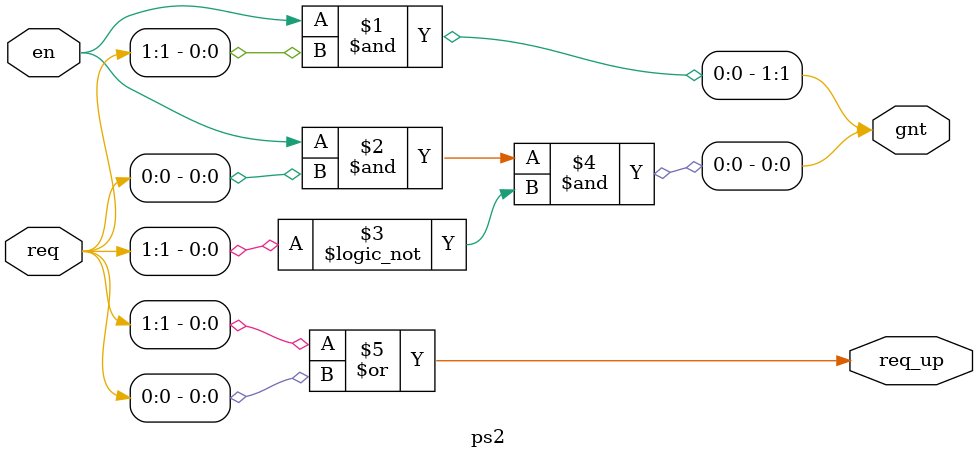
<source format=v>

module ps (req, en, gnt, req_up);
//synopsys template
parameter NUM_BITS = 8;

  input  [NUM_BITS-1:0] req;
  input                 en;

  output [NUM_BITS-1:0] gnt;
  output                req_up;
        
  wire   [NUM_BITS-2:0] req_ups;
  wire   [NUM_BITS-2:0] enables;
        
  assign req_up = req_ups[NUM_BITS-2];
  assign enables[NUM_BITS-2] = en;
        
  genvar i,j;
  generate
    if ( NUM_BITS == 2 )
    begin
      ps2 single (.req(req),.en(en),.gnt(gnt),.req_up(req_up));
    end
    else
    begin
      for(i=0;i<NUM_BITS/2;i=i+1)
      begin : foo
        ps2 base ( .req(req[2*i+1:2*i]),
                   .en(enables[i]),
                   .gnt(gnt[2*i+1:2*i]),
                   .req_up(req_ups[i])
        );
      end

      for(j=NUM_BITS/2;j<=NUM_BITS-2;j=j+1)
      begin : bar
        ps2 top ( .req(req_ups[2*j-NUM_BITS+1:2*j-NUM_BITS]),
                  .en(enables[j]),
                  .gnt(enables[2*j-NUM_BITS+1:2*j-NUM_BITS]),
                  .req_up(req_ups[j])
        );
      end
    end
  endgenerate
endmodule

module ps2(req, en, gnt, req_up);

  input     [1:0] req;
  input           en;
  
  output    [1:0] gnt;
  output          req_up;
  
  assign gnt[1] = en & req[1];
  assign gnt[0] = en & req[0] & !req[1];
  
  assign req_up = req[1] | req[0];

endmodule

</source>
